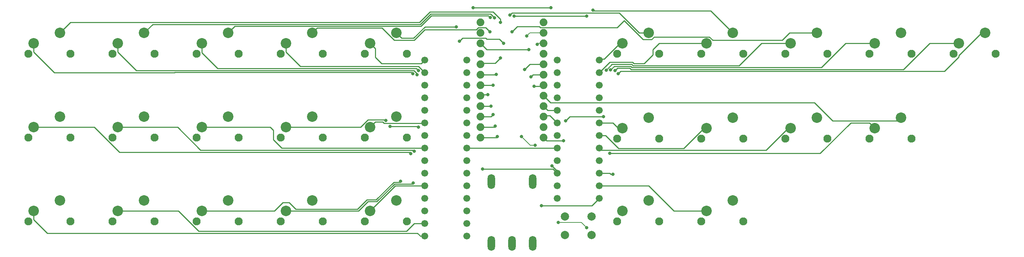
<source format=gbl>
%TF.GenerationSoftware,KiCad,Pcbnew,(6.0.2)*%
%TF.CreationDate,2022-03-21T22:20:15-04:00*%
%TF.ProjectId,carpal26_1.0.12,63617270-616c-4323-965f-312e302e3132,rev?*%
%TF.SameCoordinates,Original*%
%TF.FileFunction,Copper,L2,Bot*%
%TF.FilePolarity,Positive*%
%FSLAX46Y46*%
G04 Gerber Fmt 4.6, Leading zero omitted, Abs format (unit mm)*
G04 Created by KiCad (PCBNEW (6.0.2)) date 2022-03-21 22:20:15*
%MOMM*%
%LPD*%
G01*
G04 APERTURE LIST*
%TA.AperFunction,ComponentPad*%
%ADD10C,1.930400*%
%TD*%
%TA.AperFunction,ComponentPad*%
%ADD11C,2.540000*%
%TD*%
%TA.AperFunction,ComponentPad*%
%ADD12C,1.676400*%
%TD*%
%TA.AperFunction,ComponentPad*%
%ADD13O,1.800000X3.600000*%
%TD*%
%TA.AperFunction,ComponentPad*%
%ADD14C,1.879600*%
%TD*%
%TA.AperFunction,ComponentPad*%
%ADD15C,2.000000*%
%TD*%
%TA.AperFunction,ViaPad*%
%ADD16C,0.800000*%
%TD*%
%TA.AperFunction,Conductor*%
%ADD17C,0.200000*%
%TD*%
%TA.AperFunction,Conductor*%
%ADD18C,0.250000*%
%TD*%
G04 APERTURE END LIST*
D10*
X83820000Y-83820000D03*
X93980000Y-83820000D03*
D11*
X85090000Y-81280000D03*
X91440000Y-78740000D03*
D12*
X118618000Y-100584000D03*
X128778000Y-100584000D03*
X118618000Y-112776000D03*
X128778000Y-112776000D03*
X160782000Y-109728000D03*
X150622000Y-109728000D03*
D10*
X185420000Y-124460000D03*
X195580000Y-124460000D03*
D11*
X186690000Y-121920000D03*
X193040000Y-119380000D03*
D12*
X160782000Y-118872000D03*
X150622000Y-118872000D03*
D10*
X63500000Y-124460000D03*
X73660000Y-124460000D03*
D11*
X64770000Y-121920000D03*
X71120000Y-119380000D03*
D10*
X43180000Y-104140000D03*
X53340000Y-104140000D03*
D11*
X44450000Y-101600000D03*
X50800000Y-99060000D03*
D10*
X63500000Y-83820000D03*
X73660000Y-83820000D03*
D11*
X64770000Y-81280000D03*
X71120000Y-78740000D03*
D12*
X118618000Y-106680000D03*
X128778000Y-106680000D03*
X160782000Y-115824000D03*
X150622000Y-115824000D03*
D10*
X205740000Y-83820000D03*
X215900000Y-83820000D03*
D11*
X207010000Y-81280000D03*
X213360000Y-78740000D03*
D13*
X144700000Y-129780000D03*
X134700000Y-129780000D03*
X139700000Y-129780000D03*
X144700000Y-114780000D03*
X134700000Y-114780000D03*
D10*
X43180000Y-124460000D03*
X53340000Y-124460000D03*
D11*
X44450000Y-121920000D03*
X50800000Y-119380000D03*
D10*
X63500000Y-104140000D03*
X73660000Y-104140000D03*
D11*
X64770000Y-101600000D03*
X71120000Y-99060000D03*
D10*
X226060000Y-104360000D03*
X236220000Y-104360000D03*
D11*
X227330000Y-101820000D03*
X233680000Y-99280000D03*
D10*
X226060000Y-83820000D03*
X236220000Y-83820000D03*
D11*
X227330000Y-81280000D03*
X233680000Y-78740000D03*
D12*
X160782000Y-100584000D03*
X150622000Y-100584000D03*
X160782000Y-97536000D03*
X150622000Y-97536000D03*
X160782000Y-112776000D03*
X150622000Y-112776000D03*
X118618000Y-124968000D03*
X128778000Y-124968000D03*
D10*
X83820000Y-124460000D03*
X93980000Y-124460000D03*
D11*
X85090000Y-121920000D03*
X91440000Y-119380000D03*
D10*
X185420000Y-83820000D03*
X195580000Y-83820000D03*
D11*
X186690000Y-81280000D03*
X193040000Y-78740000D03*
D10*
X165100000Y-83820000D03*
X175260000Y-83820000D03*
D11*
X166370000Y-81280000D03*
X172720000Y-78740000D03*
D10*
X165100000Y-104360000D03*
X175260000Y-104360000D03*
D11*
X166370000Y-101820000D03*
X172720000Y-99280000D03*
D14*
X132080000Y-76200000D03*
X132080000Y-78740000D03*
X132080000Y-81280000D03*
X132080000Y-83820000D03*
X132080000Y-86360000D03*
X132080000Y-88900000D03*
X132080000Y-91440000D03*
X132080000Y-93980000D03*
X132080000Y-96520000D03*
X132080000Y-99060000D03*
X132080000Y-101600000D03*
X132080000Y-104140000D03*
X147320000Y-104140000D03*
X147320000Y-101600000D03*
X147320000Y-99060000D03*
X147320000Y-96520000D03*
X147320000Y-93980000D03*
X147320000Y-91440000D03*
X147320000Y-88900000D03*
X147320000Y-86360000D03*
X147320000Y-83820000D03*
X147320000Y-81280000D03*
X147320000Y-78740000D03*
X147320000Y-76200000D03*
D12*
X118618000Y-115824000D03*
X128778000Y-115824000D03*
D10*
X185420000Y-104360000D03*
X195580000Y-104360000D03*
D11*
X186690000Y-101820000D03*
X193040000Y-99280000D03*
D10*
X104140000Y-104140000D03*
X114300000Y-104140000D03*
D11*
X105410000Y-101600000D03*
X111760000Y-99060000D03*
D12*
X118618000Y-118872000D03*
X128778000Y-118872000D03*
X118618000Y-97536000D03*
X128778000Y-97536000D03*
X160782000Y-91440000D03*
X150622000Y-91440000D03*
X160782000Y-106680000D03*
X150622000Y-106680000D03*
X118618000Y-91440000D03*
X128778000Y-91440000D03*
X160782000Y-85344000D03*
X150622000Y-85344000D03*
X160782000Y-88392000D03*
X150622000Y-88392000D03*
D10*
X104140000Y-83820000D03*
X114300000Y-83820000D03*
D11*
X105410000Y-81280000D03*
X111760000Y-78740000D03*
D12*
X160782000Y-94488000D03*
X150622000Y-94488000D03*
D10*
X43180000Y-83820000D03*
X53340000Y-83820000D03*
D11*
X44450000Y-81280000D03*
X50800000Y-78740000D03*
D10*
X165100000Y-124460000D03*
X175260000Y-124460000D03*
D11*
X166370000Y-121920000D03*
X172720000Y-119380000D03*
D10*
X83820000Y-104140000D03*
X93980000Y-104140000D03*
D11*
X85090000Y-101600000D03*
X91440000Y-99060000D03*
D12*
X118618000Y-94488000D03*
X128778000Y-94488000D03*
D10*
X22860000Y-124460000D03*
X33020000Y-124460000D03*
D11*
X24130000Y-121920000D03*
X30480000Y-119380000D03*
D10*
X22860000Y-104140000D03*
X33020000Y-104140000D03*
D11*
X24130000Y-101600000D03*
X30480000Y-99060000D03*
D12*
X118618000Y-85344000D03*
X128778000Y-85344000D03*
D15*
X152452000Y-127726000D03*
X158952000Y-127726000D03*
X158952000Y-123226000D03*
X152452000Y-123226000D03*
D12*
X160782000Y-103632000D03*
X150622000Y-103632000D03*
D10*
X104140000Y-124460000D03*
X114300000Y-124460000D03*
D11*
X105410000Y-121920000D03*
X111760000Y-119380000D03*
D10*
X246380000Y-83820000D03*
X256540000Y-83820000D03*
D11*
X247650000Y-81280000D03*
X254000000Y-78740000D03*
D12*
X118618000Y-88392000D03*
X128778000Y-88392000D03*
X118618000Y-109728000D03*
X128778000Y-109728000D03*
D10*
X205740000Y-104360000D03*
X215900000Y-104360000D03*
D11*
X207010000Y-101820000D03*
X213360000Y-99280000D03*
D12*
X118618000Y-103632000D03*
X128778000Y-103632000D03*
X118618000Y-121920000D03*
X128778000Y-121920000D03*
D10*
X22860000Y-83820000D03*
X33020000Y-83820000D03*
D11*
X24130000Y-81280000D03*
X30480000Y-78740000D03*
D12*
X118618000Y-128016000D03*
X128778000Y-128016000D03*
D16*
X150876000Y-124714000D03*
X142023500Y-103886000D03*
X145796000Y-81534000D03*
X157734000Y-125984000D03*
X143256000Y-79502000D03*
X145288000Y-105955500D03*
X115748386Y-88596197D03*
X115265284Y-107986306D03*
X116730789Y-88900000D03*
X116078000Y-107404500D03*
X117089701Y-87888299D03*
X112776000Y-114649980D03*
X117094000Y-101600000D03*
X109220000Y-99930011D03*
X110236000Y-101379011D03*
X115824000Y-115099500D03*
X164084000Y-113030000D03*
X162437299Y-87761299D03*
X163517300Y-87705897D03*
X163322000Y-107950000D03*
X164592000Y-87884000D03*
X135889989Y-88773008D03*
X135504701Y-75061299D03*
X134424700Y-75005897D03*
X135128000Y-91440000D03*
X133858000Y-93726000D03*
X134366000Y-78486000D03*
X126238000Y-77253500D03*
X127000000Y-80772000D03*
X134620000Y-96520000D03*
X137630500Y-81280000D03*
X139192000Y-74422000D03*
X135128000Y-98552000D03*
X140208000Y-74676000D03*
X157734000Y-74676000D03*
X135636000Y-101346000D03*
X159258000Y-73189500D03*
X139700000Y-78486000D03*
X136144000Y-103886000D03*
X136906000Y-84836000D03*
X136906000Y-76200000D03*
X143764000Y-82804000D03*
X144272000Y-89408000D03*
X145034000Y-91694000D03*
X161798000Y-99060000D03*
X152146000Y-104902000D03*
X165354000Y-88646000D03*
X152654000Y-100076000D03*
X149098000Y-72644000D03*
X130302000Y-72644000D03*
X132588000Y-111760000D03*
X149352000Y-110998000D03*
X146812000Y-120650000D03*
X142748000Y-87630000D03*
D17*
X146050000Y-81280000D02*
X145796000Y-81534000D01*
X147320000Y-81280000D02*
X146050000Y-81280000D01*
X150876000Y-124714000D02*
X156464000Y-124714000D01*
X144018000Y-78740000D02*
X143256000Y-79502000D01*
X144093000Y-105955500D02*
X142023500Y-103886000D01*
X147320000Y-78740000D02*
X144018000Y-78740000D01*
X156464000Y-124714000D02*
X157734000Y-125984000D01*
X145288000Y-105955500D02*
X144093000Y-105955500D01*
D18*
X24130000Y-81280000D02*
X24130000Y-83368364D01*
X24130000Y-83368364D02*
X29153636Y-88392000D01*
X115427229Y-88275040D02*
X115748386Y-88596197D01*
X58166000Y-88392000D02*
X58282960Y-88275040D01*
X115316000Y-88275040D02*
X115427229Y-88275040D01*
X58282960Y-88275040D02*
X115316000Y-88275040D01*
X29153636Y-88392000D02*
X58166000Y-88392000D01*
X68326000Y-107696000D02*
X114974978Y-107696000D01*
X44912072Y-107696000D02*
X68326000Y-107696000D01*
X24130000Y-101600000D02*
X38816072Y-101600000D01*
X38816072Y-101600000D02*
X44912072Y-107696000D01*
X114974978Y-107696000D02*
X115265284Y-107986306D01*
X117602000Y-128016000D02*
X118618000Y-128016000D01*
X116870241Y-127284241D02*
X117602000Y-128016000D01*
X27405877Y-127284241D02*
X116870241Y-127284241D01*
X24130000Y-124008364D02*
X27405877Y-127284241D01*
X24130000Y-121920000D02*
X24130000Y-124008364D01*
X116704394Y-88527606D02*
X116730789Y-88554001D01*
X115891802Y-87825520D02*
X116002308Y-87825520D01*
X44450000Y-81280000D02*
X44450000Y-83368364D01*
X48907156Y-87825520D02*
X115891802Y-87825520D01*
X116002308Y-87825520D02*
X116704394Y-88527606D01*
X44450000Y-83368364D02*
X48907156Y-87825520D01*
X116730789Y-88554001D02*
X116730789Y-88900000D01*
X115803020Y-107129520D02*
X116078000Y-107404500D01*
X58928000Y-101600000D02*
X64457520Y-107129520D01*
X44450000Y-101600000D02*
X58928000Y-101600000D01*
X64457520Y-107129520D02*
X115803020Y-107129520D01*
X59136072Y-121920000D02*
X64050793Y-126834721D01*
X114211279Y-126834721D02*
X116078000Y-124968000D01*
X44450000Y-121920000D02*
X59136072Y-121920000D01*
X64050793Y-126834721D02*
X114211279Y-126834721D01*
X116078000Y-124968000D02*
X118618000Y-124968000D01*
X64770000Y-83566000D02*
X68580000Y-87376000D01*
X68580000Y-87376000D02*
X116078000Y-87376000D01*
X116577402Y-87376000D02*
X117089701Y-87888299D01*
X116078000Y-87376000D02*
X116577402Y-87376000D01*
X64770000Y-81280000D02*
X64770000Y-83566000D01*
X64770000Y-101600000D02*
X81280000Y-101600000D01*
X82042000Y-104648000D02*
X84074000Y-106680000D01*
X81280000Y-101600000D02*
X82042000Y-102362000D01*
X84074000Y-106680000D02*
X118618000Y-106680000D01*
X82042000Y-102362000D02*
X82042000Y-104648000D01*
X102362000Y-121470480D02*
X104648000Y-119184480D01*
X64770000Y-121920000D02*
X82296000Y-121920000D01*
X84328000Y-119888000D02*
X85852000Y-119888000D01*
X82296000Y-121920000D02*
X84328000Y-119888000D01*
X111133606Y-114924960D02*
X112501020Y-114924960D01*
X112501020Y-114924960D02*
X112776000Y-114649980D01*
X106874084Y-119184480D02*
X111133606Y-114924960D01*
X104648000Y-119184480D02*
X106874084Y-119184480D01*
X85852000Y-119888000D02*
X87434480Y-121470480D01*
X87434480Y-121470480D02*
X102362000Y-121470480D01*
X85090000Y-83368364D02*
X88589636Y-86868000D01*
X117094000Y-86868000D02*
X118618000Y-88392000D01*
X85090000Y-81280000D02*
X85090000Y-83368364D01*
X88589636Y-86868000D02*
X117094000Y-86868000D01*
X85090000Y-101600000D02*
X103155020Y-101600000D01*
X109111989Y-99822000D02*
X109220000Y-99930011D01*
X116873011Y-101379011D02*
X117094000Y-101600000D01*
X103155020Y-101600000D02*
X104933020Y-99822000D01*
X104933020Y-99822000D02*
X109111989Y-99822000D01*
X110236000Y-101379011D02*
X116873011Y-101379011D01*
X115549020Y-115374480D02*
X111319803Y-115374480D01*
X107060282Y-119634000D02*
X104902000Y-119634000D01*
X104902000Y-119634000D02*
X102616000Y-121920000D01*
X115824000Y-115099500D02*
X115549020Y-115374480D01*
X111319803Y-115374480D02*
X107060282Y-119634000D01*
X102616000Y-121920000D02*
X85090000Y-121920000D01*
X106680000Y-82550000D02*
X106680000Y-84638364D01*
X117767279Y-86194721D02*
X118618000Y-85344000D01*
X105410000Y-81280000D02*
X106680000Y-82550000D01*
X108236357Y-86194721D02*
X117767279Y-86194721D01*
X106680000Y-84638364D02*
X108236357Y-86194721D01*
X106680000Y-100330000D02*
X108458000Y-100330000D01*
X108782511Y-100654511D02*
X118547489Y-100654511D01*
X118547489Y-100654511D02*
X118618000Y-100584000D01*
X108458000Y-100330000D02*
X108782511Y-100654511D01*
X105410000Y-101600000D02*
X106680000Y-100330000D01*
X105410000Y-121920000D02*
X111506000Y-115824000D01*
X111506000Y-115824000D02*
X118618000Y-115824000D01*
X165816072Y-81280000D02*
X162006072Y-85090000D01*
X162006072Y-85090000D02*
X161036000Y-85090000D01*
X166370000Y-81280000D02*
X165816072Y-81280000D01*
X161036000Y-85090000D02*
X160782000Y-85344000D01*
X165320000Y-101820000D02*
X164084000Y-100584000D01*
X164084000Y-100584000D02*
X160782000Y-100584000D01*
X166370000Y-101820000D02*
X165320000Y-101820000D01*
X164084000Y-113030000D02*
X163576000Y-113030000D01*
X163322000Y-112776000D02*
X160782000Y-112776000D01*
X163576000Y-113030000D02*
X163322000Y-112776000D01*
X171615279Y-86194721D02*
X169196357Y-86194721D01*
X175260000Y-81280000D02*
X173736000Y-82804000D01*
X173736000Y-84074000D02*
X171615279Y-86194721D01*
X173736000Y-82804000D02*
X173736000Y-84074000D01*
X169196357Y-86194721D02*
X168853636Y-85852000D01*
X186690000Y-81280000D02*
X175260000Y-81280000D01*
X168853636Y-85852000D02*
X163322000Y-85852000D01*
X163322000Y-85852000D02*
X160782000Y-88392000D01*
X165408721Y-106734721D02*
X162306000Y-103632000D01*
X181221351Y-106734721D02*
X165408721Y-106734721D01*
X162306000Y-103632000D02*
X160782000Y-103632000D01*
X186690000Y-101820000D02*
X186136072Y-101820000D01*
X186136072Y-101820000D02*
X181221351Y-106734721D01*
X178816000Y-121920000D02*
X186690000Y-121920000D01*
X160782000Y-115824000D02*
X172720000Y-115824000D01*
X172720000Y-115824000D02*
X178816000Y-121920000D01*
X163838598Y-86360000D02*
X162437299Y-87761299D01*
X168940241Y-86644241D02*
X168656000Y-86360000D01*
X207010000Y-81280000D02*
X199943928Y-81280000D01*
X164084000Y-86360000D02*
X163838598Y-86360000D01*
X194579687Y-86644241D02*
X168940241Y-86644241D01*
X168656000Y-86360000D02*
X164084000Y-86360000D01*
X199943928Y-81280000D02*
X194579687Y-86644241D01*
X201091831Y-107184241D02*
X161286241Y-107184241D01*
X161286241Y-107184241D02*
X160782000Y-106680000D01*
X206456072Y-101820000D02*
X201091831Y-107184241D01*
X207010000Y-101820000D02*
X206456072Y-101820000D01*
X168343520Y-86809520D02*
X165608000Y-86809520D01*
X168402000Y-86868000D02*
X168343520Y-86809520D01*
X177800000Y-87122000D02*
X168656000Y-87122000D01*
X168656000Y-87122000D02*
X168402000Y-86868000D01*
X165608000Y-86809520D02*
X164413677Y-86809520D01*
X220263928Y-81280000D02*
X214421928Y-87122000D01*
X227330000Y-81280000D02*
X220263928Y-81280000D01*
X214421928Y-87122000D02*
X177800000Y-87122000D01*
X164413677Y-86809520D02*
X163517300Y-87705897D01*
X221558408Y-100525520D02*
X214133928Y-107950000D01*
X227330000Y-101820000D02*
X226035520Y-100525520D01*
X226035520Y-100525520D02*
X221558408Y-100525520D01*
X214133928Y-107950000D02*
X163322000Y-107950000D01*
X168338141Y-87439858D02*
X168157323Y-87259040D01*
X202438000Y-87571520D02*
X168656000Y-87571520D01*
X234292408Y-87571520D02*
X202438000Y-87571520D01*
X165216960Y-87259040D02*
X164592000Y-87884000D01*
X168469803Y-87571520D02*
X168338141Y-87439858D01*
X240583928Y-81280000D02*
X234292408Y-87571520D01*
X247650000Y-81280000D02*
X240583928Y-81280000D01*
X168157323Y-87259040D02*
X166878000Y-87259040D01*
X166878000Y-87259040D02*
X165216960Y-87259040D01*
X168656000Y-87571520D02*
X168469803Y-87571520D01*
X52890480Y-76649520D02*
X117534197Y-76649520D01*
X135889989Y-88773008D02*
X135762997Y-88900000D01*
X120074198Y-74109520D02*
X134552922Y-74109520D01*
X135762997Y-88900000D02*
X132080000Y-88900000D01*
X50800000Y-78740000D02*
X52890480Y-76649520D01*
X117534197Y-76649520D02*
X120074198Y-74109520D01*
X134552922Y-74109520D02*
X135504701Y-75061299D01*
X71120000Y-78740000D02*
X72760960Y-77099040D01*
X72760960Y-77099040D02*
X117720394Y-77099040D01*
X117720394Y-77099040D02*
X120260396Y-74559040D01*
X135128000Y-91440000D02*
X132080000Y-91440000D01*
X133977843Y-74559040D02*
X134424700Y-75005897D01*
X120260396Y-74559040D02*
X133977843Y-74559040D01*
X108313580Y-77548560D02*
X111283020Y-80518000D01*
X131053993Y-77978000D02*
X131556304Y-77475689D01*
X91440000Y-78740000D02*
X92631440Y-77548560D01*
X116078000Y-80518000D02*
X118618000Y-77978000D01*
X132334000Y-93726000D02*
X132080000Y-93980000D01*
X133858000Y-93726000D02*
X132334000Y-93726000D01*
X111283020Y-80518000D02*
X116078000Y-80518000D01*
X92631440Y-77548560D02*
X108313580Y-77548560D01*
X133355689Y-77475689D02*
X134366000Y-78486000D01*
X118618000Y-77978000D02*
X131053993Y-77978000D01*
X131556304Y-77475689D02*
X133355689Y-77475689D01*
X133355689Y-80015689D02*
X133604000Y-80264000D01*
X115950282Y-80010000D02*
X118706783Y-77253500D01*
X134620000Y-96520000D02*
X132080000Y-96520000D01*
X127000000Y-80772000D02*
X127756311Y-80015689D01*
X136614500Y-80264000D02*
X137630500Y-81280000D01*
X113030000Y-80010000D02*
X113284000Y-80010000D01*
X111760000Y-78740000D02*
X113030000Y-80010000D01*
X113284000Y-80010000D02*
X115950282Y-80010000D01*
X127756311Y-80015689D02*
X133355689Y-80015689D01*
X118706783Y-77253500D02*
X126238000Y-77253500D01*
X133604000Y-80264000D02*
X136614500Y-80264000D01*
X170434000Y-78740000D02*
X165608000Y-73914000D01*
X139700000Y-73914000D02*
X139192000Y-74422000D01*
X172720000Y-78740000D02*
X170434000Y-78740000D01*
X134620000Y-99060000D02*
X132080000Y-99060000D01*
X165608000Y-73914000D02*
X139700000Y-73914000D01*
X135128000Y-98552000D02*
X134620000Y-99060000D01*
X159474500Y-73406000D02*
X159258000Y-73189500D01*
X135382000Y-101600000D02*
X132080000Y-101600000D01*
X135636000Y-101346000D02*
X135382000Y-101600000D01*
X160528000Y-73406000D02*
X159474500Y-73406000D01*
X187706000Y-73406000D02*
X160528000Y-73406000D01*
X193040000Y-78740000D02*
X187706000Y-73406000D01*
X157734000Y-74676000D02*
X140208000Y-74676000D01*
X174060511Y-79685489D02*
X173411489Y-80334511D01*
X188182980Y-80518000D02*
X187350469Y-79685489D01*
X213360000Y-78740000D02*
X206756000Y-78740000D01*
X165105689Y-77464311D02*
X146552311Y-77464311D01*
X140970000Y-77216000D02*
X139700000Y-78486000D01*
X166814141Y-75755859D02*
X165105689Y-77464311D01*
X135890000Y-104140000D02*
X132080000Y-104140000D01*
X204978000Y-80518000D02*
X188182980Y-80518000D01*
X173411489Y-80334511D02*
X171392793Y-80334511D01*
X206756000Y-78740000D02*
X204978000Y-80518000D01*
X171392793Y-80334511D02*
X166814141Y-75755859D01*
X146304000Y-77216000D02*
X140970000Y-77216000D01*
X136144000Y-103886000D02*
X135890000Y-104140000D01*
X146552311Y-77464311D02*
X146304000Y-77216000D01*
X187350469Y-79685489D02*
X174060511Y-79685489D01*
X148990711Y-95650711D02*
X147320000Y-93980000D01*
X212744711Y-95650711D02*
X148990711Y-95650711D01*
X233680000Y-99280000D02*
X232884000Y-100076000D01*
X217170000Y-100076000D02*
X212744711Y-95650711D01*
X232884000Y-100076000D02*
X217170000Y-100076000D01*
X132334000Y-86106000D02*
X132080000Y-86360000D01*
X136906000Y-84836000D02*
X135636000Y-86106000D01*
X135636000Y-86106000D02*
X132334000Y-86106000D01*
X33020000Y-76200000D02*
X117348000Y-76200000D01*
X136906000Y-75438000D02*
X136906000Y-76200000D01*
X30480000Y-78740000D02*
X33020000Y-76200000D01*
X119888000Y-73660000D02*
X135128000Y-73660000D01*
X135128000Y-73660000D02*
X136906000Y-75438000D01*
X117348000Y-76200000D02*
X119888000Y-73660000D01*
X133604000Y-82804000D02*
X132080000Y-81280000D01*
X143764000Y-82804000D02*
X133604000Y-82804000D01*
X144272000Y-89408000D02*
X144780000Y-88900000D01*
X144780000Y-88900000D02*
X147320000Y-88900000D01*
X145034000Y-91694000D02*
X147066000Y-91694000D01*
X147066000Y-91694000D02*
X147320000Y-91440000D01*
X209804000Y-88021040D02*
X165978960Y-88021040D01*
X153670000Y-99060000D02*
X152654000Y-100076000D01*
X244210960Y-88021040D02*
X209804000Y-88021040D01*
X247669711Y-84251925D02*
X247669711Y-84562289D01*
X254000000Y-78740000D02*
X253181636Y-78740000D01*
X161798000Y-99060000D02*
X153670000Y-99060000D01*
X247669711Y-84562289D02*
X244210960Y-88021040D01*
X152146000Y-104902000D02*
X148082000Y-104902000D01*
X253181636Y-78740000D02*
X247669711Y-84251925D01*
X148082000Y-104902000D02*
X147320000Y-104140000D01*
X165978960Y-88021040D02*
X165354000Y-88646000D01*
X150622000Y-97536000D02*
X148336000Y-97536000D01*
X148336000Y-97536000D02*
X147320000Y-96520000D01*
X149098000Y-72644000D02*
X130302000Y-72644000D01*
X150622000Y-112776000D02*
X150622000Y-112268000D01*
X150622000Y-112268000D02*
X149352000Y-110998000D01*
X132588000Y-111760000D02*
X149606000Y-111760000D01*
X149606000Y-111760000D02*
X150622000Y-112776000D01*
X128778000Y-106680000D02*
X150622000Y-106680000D01*
X148844000Y-98806000D02*
X147574000Y-98806000D01*
X147574000Y-98806000D02*
X147320000Y-99060000D01*
X150622000Y-100584000D02*
X148844000Y-98806000D01*
X146812000Y-120650000D02*
X159004000Y-120650000D01*
X159004000Y-120650000D02*
X160782000Y-118872000D01*
X142748000Y-87630000D02*
X144018000Y-86360000D01*
X144018000Y-86360000D02*
X147320000Y-86360000D01*
M02*

</source>
